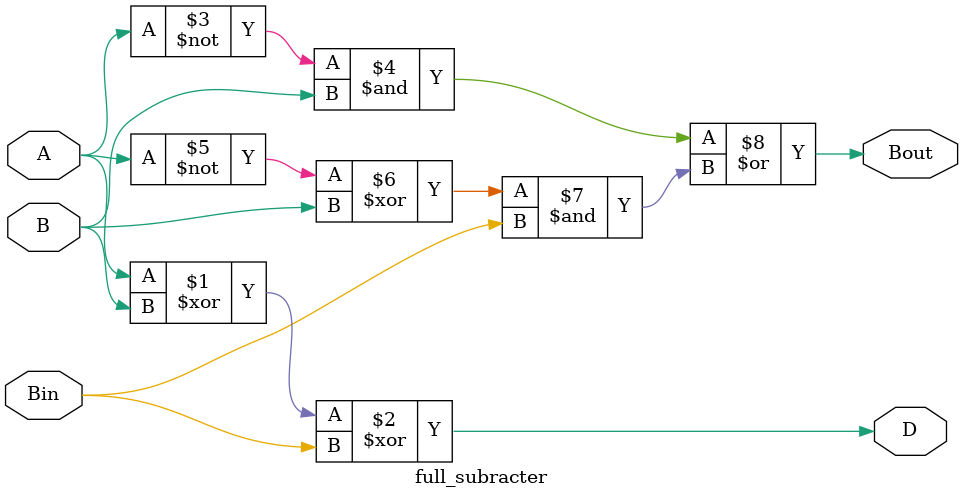
<source format=v>
module full_subracter(
input wire A,B,Bin,
output wire D,Bout
);
assign D=A^B^Bin;
assign Bout=(~A&B)|(~A^B)&Bin;
endmodule
</source>
